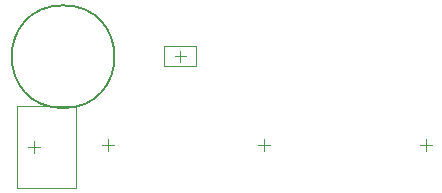
<source format=gbr>
%TF.GenerationSoftware,Altium Limited,Altium Designer,20.0.10 (225)*%
G04 Layer_Color=32768*
%FSLAX26Y26*%
%MOIN*%
%TF.FileFunction,Other,Top_Courtyard*%
%TF.Part,Single*%
G01*
G75*
%TA.AperFunction,NonConductor*%
%ADD34C,0.007874*%
%ADD37C,0.003937*%
%ADD39C,0.001968*%
D34*
X3219000Y4635843D02*
G03*
X3219000Y4978362I0J171260D01*
G01*
D02*
G03*
X3219000Y4635843I0J-171260D01*
G01*
D37*
X3590315Y4808000D02*
X3629685D01*
X3610000Y4788315D02*
Y4827685D01*
X3103315Y4505472D02*
X3142685D01*
X3123000Y4485787D02*
Y4525157D01*
X3369197Y4492126D02*
Y4531496D01*
X3349512Y4511811D02*
X3388882D01*
X3888882Y4492126D02*
Y4531496D01*
X3869197Y4511811D02*
X3908567D01*
X4427465Y4492126D02*
Y4531496D01*
X4407780Y4511811D02*
X4447150D01*
D39*
X3556850Y4774535D02*
Y4841465D01*
X3663150Y4774535D02*
Y4841465D01*
X3556850D02*
X3663150D01*
X3556850Y4774535D02*
X3663150D01*
X3063945Y4369055D02*
Y4641890D01*
X3260795D01*
X3063945Y4369055D02*
X3260795D01*
Y4641890D01*
%TF.MD5,52b67003263d38b80ec940aff4f2be94*%
M02*

</source>
